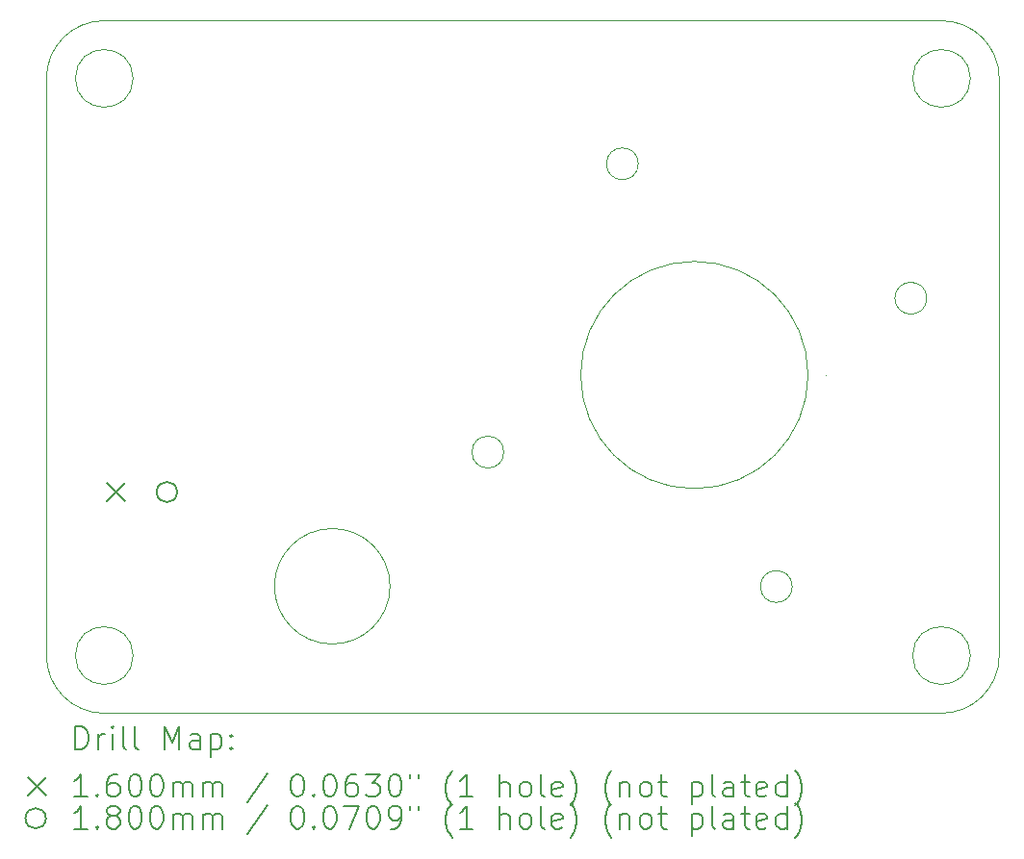
<source format=gbr>
%TF.GenerationSoftware,KiCad,Pcbnew,7.0.9*%
%TF.CreationDate,2024-01-18T23:32:07-06:00*%
%TF.ProjectId,cv_lighting_pcb,63765f6c-6967-4687-9469-6e675f706362,rev?*%
%TF.SameCoordinates,Original*%
%TF.FileFunction,Drillmap*%
%TF.FilePolarity,Positive*%
%FSLAX45Y45*%
G04 Gerber Fmt 4.5, Leading zero omitted, Abs format (unit mm)*
G04 Created by KiCad (PCBNEW 7.0.9) date 2024-01-18 23:32:07*
%MOMM*%
%LPD*%
G01*
G04 APERTURE LIST*
%ADD10C,0.100000*%
%ADD11C,0.200000*%
%ADD12C,0.160000*%
%ADD13C,0.180000*%
G04 APERTURE END LIST*
D10*
X18034000Y-10668000D02*
G75*
G03*
X18034000Y-10668000I-254000J0D01*
G01*
X17650496Y-7522835D02*
G75*
G03*
X17650496Y-7522835I-140000J0D01*
G01*
X9906000Y-10668000D02*
G75*
G03*
X10414000Y-11176000I508000J0D01*
G01*
X16758920Y-8199120D02*
G75*
G03*
X16758920Y-8199120I0J0D01*
G01*
X13929503Y-8877165D02*
G75*
G03*
X13929503Y-8877165I-140000J0D01*
G01*
X18288000Y-5588000D02*
X18288000Y-10668000D01*
X18034000Y-5588000D02*
G75*
G03*
X18034000Y-5588000I-254000J0D01*
G01*
X15112834Y-6339503D02*
G75*
G03*
X15112834Y-6339503I-140000J0D01*
G01*
X10668000Y-10668000D02*
G75*
G03*
X10668000Y-10668000I-254000J0D01*
G01*
X18288000Y-5588000D02*
G75*
G03*
X17780000Y-5080000I-508000J0D01*
G01*
X10414000Y-5080000D02*
X17780000Y-5080000D01*
X9906000Y-10668000D02*
X9906000Y-5588000D01*
X17780000Y-11176000D02*
X10414000Y-11176000D01*
X10668000Y-5588000D02*
G75*
G03*
X10668000Y-5588000I-254000J0D01*
G01*
X17780000Y-11176000D02*
G75*
G03*
X18288000Y-10668000I0J508000D01*
G01*
X16606105Y-8199120D02*
G75*
G03*
X16606105Y-8199120I-1000001J0D01*
G01*
X12928600Y-10058400D02*
G75*
G03*
X12928600Y-10058400I-508348J0D01*
G01*
X16467165Y-10060497D02*
G75*
G03*
X16467165Y-10060497I-140000J0D01*
G01*
X10414000Y-5080000D02*
G75*
G03*
X9906000Y-5588000I0J-508000D01*
G01*
D11*
D12*
X10435600Y-9149000D02*
X10595600Y-9309000D01*
X10595600Y-9149000D02*
X10435600Y-9309000D01*
D13*
X11055600Y-9229000D02*
G75*
G03*
X11055600Y-9229000I-90000J0D01*
G01*
D11*
X10161777Y-11492484D02*
X10161777Y-11292484D01*
X10161777Y-11292484D02*
X10209396Y-11292484D01*
X10209396Y-11292484D02*
X10237967Y-11302008D01*
X10237967Y-11302008D02*
X10257015Y-11321055D01*
X10257015Y-11321055D02*
X10266539Y-11340103D01*
X10266539Y-11340103D02*
X10276063Y-11378198D01*
X10276063Y-11378198D02*
X10276063Y-11406769D01*
X10276063Y-11406769D02*
X10266539Y-11444865D01*
X10266539Y-11444865D02*
X10257015Y-11463912D01*
X10257015Y-11463912D02*
X10237967Y-11482960D01*
X10237967Y-11482960D02*
X10209396Y-11492484D01*
X10209396Y-11492484D02*
X10161777Y-11492484D01*
X10361777Y-11492484D02*
X10361777Y-11359150D01*
X10361777Y-11397246D02*
X10371301Y-11378198D01*
X10371301Y-11378198D02*
X10380824Y-11368674D01*
X10380824Y-11368674D02*
X10399872Y-11359150D01*
X10399872Y-11359150D02*
X10418920Y-11359150D01*
X10485586Y-11492484D02*
X10485586Y-11359150D01*
X10485586Y-11292484D02*
X10476063Y-11302008D01*
X10476063Y-11302008D02*
X10485586Y-11311531D01*
X10485586Y-11311531D02*
X10495110Y-11302008D01*
X10495110Y-11302008D02*
X10485586Y-11292484D01*
X10485586Y-11292484D02*
X10485586Y-11311531D01*
X10609396Y-11492484D02*
X10590348Y-11482960D01*
X10590348Y-11482960D02*
X10580824Y-11463912D01*
X10580824Y-11463912D02*
X10580824Y-11292484D01*
X10714158Y-11492484D02*
X10695110Y-11482960D01*
X10695110Y-11482960D02*
X10685586Y-11463912D01*
X10685586Y-11463912D02*
X10685586Y-11292484D01*
X10942729Y-11492484D02*
X10942729Y-11292484D01*
X10942729Y-11292484D02*
X11009396Y-11435341D01*
X11009396Y-11435341D02*
X11076063Y-11292484D01*
X11076063Y-11292484D02*
X11076063Y-11492484D01*
X11257015Y-11492484D02*
X11257015Y-11387722D01*
X11257015Y-11387722D02*
X11247491Y-11368674D01*
X11247491Y-11368674D02*
X11228443Y-11359150D01*
X11228443Y-11359150D02*
X11190348Y-11359150D01*
X11190348Y-11359150D02*
X11171301Y-11368674D01*
X11257015Y-11482960D02*
X11237967Y-11492484D01*
X11237967Y-11492484D02*
X11190348Y-11492484D01*
X11190348Y-11492484D02*
X11171301Y-11482960D01*
X11171301Y-11482960D02*
X11161777Y-11463912D01*
X11161777Y-11463912D02*
X11161777Y-11444865D01*
X11161777Y-11444865D02*
X11171301Y-11425817D01*
X11171301Y-11425817D02*
X11190348Y-11416293D01*
X11190348Y-11416293D02*
X11237967Y-11416293D01*
X11237967Y-11416293D02*
X11257015Y-11406769D01*
X11352253Y-11359150D02*
X11352253Y-11559150D01*
X11352253Y-11368674D02*
X11371301Y-11359150D01*
X11371301Y-11359150D02*
X11409396Y-11359150D01*
X11409396Y-11359150D02*
X11428443Y-11368674D01*
X11428443Y-11368674D02*
X11437967Y-11378198D01*
X11437967Y-11378198D02*
X11447491Y-11397246D01*
X11447491Y-11397246D02*
X11447491Y-11454388D01*
X11447491Y-11454388D02*
X11437967Y-11473436D01*
X11437967Y-11473436D02*
X11428443Y-11482960D01*
X11428443Y-11482960D02*
X11409396Y-11492484D01*
X11409396Y-11492484D02*
X11371301Y-11492484D01*
X11371301Y-11492484D02*
X11352253Y-11482960D01*
X11533205Y-11473436D02*
X11542729Y-11482960D01*
X11542729Y-11482960D02*
X11533205Y-11492484D01*
X11533205Y-11492484D02*
X11523682Y-11482960D01*
X11523682Y-11482960D02*
X11533205Y-11473436D01*
X11533205Y-11473436D02*
X11533205Y-11492484D01*
X11533205Y-11368674D02*
X11542729Y-11378198D01*
X11542729Y-11378198D02*
X11533205Y-11387722D01*
X11533205Y-11387722D02*
X11523682Y-11378198D01*
X11523682Y-11378198D02*
X11533205Y-11368674D01*
X11533205Y-11368674D02*
X11533205Y-11387722D01*
D12*
X9741000Y-11741000D02*
X9901000Y-11901000D01*
X9901000Y-11741000D02*
X9741000Y-11901000D01*
D11*
X10266539Y-11912484D02*
X10152253Y-11912484D01*
X10209396Y-11912484D02*
X10209396Y-11712484D01*
X10209396Y-11712484D02*
X10190348Y-11741055D01*
X10190348Y-11741055D02*
X10171301Y-11760103D01*
X10171301Y-11760103D02*
X10152253Y-11769627D01*
X10352253Y-11893436D02*
X10361777Y-11902960D01*
X10361777Y-11902960D02*
X10352253Y-11912484D01*
X10352253Y-11912484D02*
X10342729Y-11902960D01*
X10342729Y-11902960D02*
X10352253Y-11893436D01*
X10352253Y-11893436D02*
X10352253Y-11912484D01*
X10533205Y-11712484D02*
X10495110Y-11712484D01*
X10495110Y-11712484D02*
X10476063Y-11722008D01*
X10476063Y-11722008D02*
X10466539Y-11731531D01*
X10466539Y-11731531D02*
X10447491Y-11760103D01*
X10447491Y-11760103D02*
X10437967Y-11798198D01*
X10437967Y-11798198D02*
X10437967Y-11874388D01*
X10437967Y-11874388D02*
X10447491Y-11893436D01*
X10447491Y-11893436D02*
X10457015Y-11902960D01*
X10457015Y-11902960D02*
X10476063Y-11912484D01*
X10476063Y-11912484D02*
X10514158Y-11912484D01*
X10514158Y-11912484D02*
X10533205Y-11902960D01*
X10533205Y-11902960D02*
X10542729Y-11893436D01*
X10542729Y-11893436D02*
X10552253Y-11874388D01*
X10552253Y-11874388D02*
X10552253Y-11826769D01*
X10552253Y-11826769D02*
X10542729Y-11807722D01*
X10542729Y-11807722D02*
X10533205Y-11798198D01*
X10533205Y-11798198D02*
X10514158Y-11788674D01*
X10514158Y-11788674D02*
X10476063Y-11788674D01*
X10476063Y-11788674D02*
X10457015Y-11798198D01*
X10457015Y-11798198D02*
X10447491Y-11807722D01*
X10447491Y-11807722D02*
X10437967Y-11826769D01*
X10676063Y-11712484D02*
X10695110Y-11712484D01*
X10695110Y-11712484D02*
X10714158Y-11722008D01*
X10714158Y-11722008D02*
X10723682Y-11731531D01*
X10723682Y-11731531D02*
X10733205Y-11750579D01*
X10733205Y-11750579D02*
X10742729Y-11788674D01*
X10742729Y-11788674D02*
X10742729Y-11836293D01*
X10742729Y-11836293D02*
X10733205Y-11874388D01*
X10733205Y-11874388D02*
X10723682Y-11893436D01*
X10723682Y-11893436D02*
X10714158Y-11902960D01*
X10714158Y-11902960D02*
X10695110Y-11912484D01*
X10695110Y-11912484D02*
X10676063Y-11912484D01*
X10676063Y-11912484D02*
X10657015Y-11902960D01*
X10657015Y-11902960D02*
X10647491Y-11893436D01*
X10647491Y-11893436D02*
X10637967Y-11874388D01*
X10637967Y-11874388D02*
X10628444Y-11836293D01*
X10628444Y-11836293D02*
X10628444Y-11788674D01*
X10628444Y-11788674D02*
X10637967Y-11750579D01*
X10637967Y-11750579D02*
X10647491Y-11731531D01*
X10647491Y-11731531D02*
X10657015Y-11722008D01*
X10657015Y-11722008D02*
X10676063Y-11712484D01*
X10866539Y-11712484D02*
X10885586Y-11712484D01*
X10885586Y-11712484D02*
X10904634Y-11722008D01*
X10904634Y-11722008D02*
X10914158Y-11731531D01*
X10914158Y-11731531D02*
X10923682Y-11750579D01*
X10923682Y-11750579D02*
X10933205Y-11788674D01*
X10933205Y-11788674D02*
X10933205Y-11836293D01*
X10933205Y-11836293D02*
X10923682Y-11874388D01*
X10923682Y-11874388D02*
X10914158Y-11893436D01*
X10914158Y-11893436D02*
X10904634Y-11902960D01*
X10904634Y-11902960D02*
X10885586Y-11912484D01*
X10885586Y-11912484D02*
X10866539Y-11912484D01*
X10866539Y-11912484D02*
X10847491Y-11902960D01*
X10847491Y-11902960D02*
X10837967Y-11893436D01*
X10837967Y-11893436D02*
X10828444Y-11874388D01*
X10828444Y-11874388D02*
X10818920Y-11836293D01*
X10818920Y-11836293D02*
X10818920Y-11788674D01*
X10818920Y-11788674D02*
X10828444Y-11750579D01*
X10828444Y-11750579D02*
X10837967Y-11731531D01*
X10837967Y-11731531D02*
X10847491Y-11722008D01*
X10847491Y-11722008D02*
X10866539Y-11712484D01*
X11018920Y-11912484D02*
X11018920Y-11779150D01*
X11018920Y-11798198D02*
X11028444Y-11788674D01*
X11028444Y-11788674D02*
X11047491Y-11779150D01*
X11047491Y-11779150D02*
X11076063Y-11779150D01*
X11076063Y-11779150D02*
X11095110Y-11788674D01*
X11095110Y-11788674D02*
X11104634Y-11807722D01*
X11104634Y-11807722D02*
X11104634Y-11912484D01*
X11104634Y-11807722D02*
X11114158Y-11788674D01*
X11114158Y-11788674D02*
X11133205Y-11779150D01*
X11133205Y-11779150D02*
X11161777Y-11779150D01*
X11161777Y-11779150D02*
X11180825Y-11788674D01*
X11180825Y-11788674D02*
X11190348Y-11807722D01*
X11190348Y-11807722D02*
X11190348Y-11912484D01*
X11285586Y-11912484D02*
X11285586Y-11779150D01*
X11285586Y-11798198D02*
X11295110Y-11788674D01*
X11295110Y-11788674D02*
X11314158Y-11779150D01*
X11314158Y-11779150D02*
X11342729Y-11779150D01*
X11342729Y-11779150D02*
X11361777Y-11788674D01*
X11361777Y-11788674D02*
X11371301Y-11807722D01*
X11371301Y-11807722D02*
X11371301Y-11912484D01*
X11371301Y-11807722D02*
X11380824Y-11788674D01*
X11380824Y-11788674D02*
X11399872Y-11779150D01*
X11399872Y-11779150D02*
X11428443Y-11779150D01*
X11428443Y-11779150D02*
X11447491Y-11788674D01*
X11447491Y-11788674D02*
X11457015Y-11807722D01*
X11457015Y-11807722D02*
X11457015Y-11912484D01*
X11847491Y-11702960D02*
X11676063Y-11960103D01*
X12104634Y-11712484D02*
X12123682Y-11712484D01*
X12123682Y-11712484D02*
X12142729Y-11722008D01*
X12142729Y-11722008D02*
X12152253Y-11731531D01*
X12152253Y-11731531D02*
X12161777Y-11750579D01*
X12161777Y-11750579D02*
X12171301Y-11788674D01*
X12171301Y-11788674D02*
X12171301Y-11836293D01*
X12171301Y-11836293D02*
X12161777Y-11874388D01*
X12161777Y-11874388D02*
X12152253Y-11893436D01*
X12152253Y-11893436D02*
X12142729Y-11902960D01*
X12142729Y-11902960D02*
X12123682Y-11912484D01*
X12123682Y-11912484D02*
X12104634Y-11912484D01*
X12104634Y-11912484D02*
X12085586Y-11902960D01*
X12085586Y-11902960D02*
X12076063Y-11893436D01*
X12076063Y-11893436D02*
X12066539Y-11874388D01*
X12066539Y-11874388D02*
X12057015Y-11836293D01*
X12057015Y-11836293D02*
X12057015Y-11788674D01*
X12057015Y-11788674D02*
X12066539Y-11750579D01*
X12066539Y-11750579D02*
X12076063Y-11731531D01*
X12076063Y-11731531D02*
X12085586Y-11722008D01*
X12085586Y-11722008D02*
X12104634Y-11712484D01*
X12257015Y-11893436D02*
X12266539Y-11902960D01*
X12266539Y-11902960D02*
X12257015Y-11912484D01*
X12257015Y-11912484D02*
X12247491Y-11902960D01*
X12247491Y-11902960D02*
X12257015Y-11893436D01*
X12257015Y-11893436D02*
X12257015Y-11912484D01*
X12390348Y-11712484D02*
X12409396Y-11712484D01*
X12409396Y-11712484D02*
X12428444Y-11722008D01*
X12428444Y-11722008D02*
X12437967Y-11731531D01*
X12437967Y-11731531D02*
X12447491Y-11750579D01*
X12447491Y-11750579D02*
X12457015Y-11788674D01*
X12457015Y-11788674D02*
X12457015Y-11836293D01*
X12457015Y-11836293D02*
X12447491Y-11874388D01*
X12447491Y-11874388D02*
X12437967Y-11893436D01*
X12437967Y-11893436D02*
X12428444Y-11902960D01*
X12428444Y-11902960D02*
X12409396Y-11912484D01*
X12409396Y-11912484D02*
X12390348Y-11912484D01*
X12390348Y-11912484D02*
X12371301Y-11902960D01*
X12371301Y-11902960D02*
X12361777Y-11893436D01*
X12361777Y-11893436D02*
X12352253Y-11874388D01*
X12352253Y-11874388D02*
X12342729Y-11836293D01*
X12342729Y-11836293D02*
X12342729Y-11788674D01*
X12342729Y-11788674D02*
X12352253Y-11750579D01*
X12352253Y-11750579D02*
X12361777Y-11731531D01*
X12361777Y-11731531D02*
X12371301Y-11722008D01*
X12371301Y-11722008D02*
X12390348Y-11712484D01*
X12628444Y-11712484D02*
X12590348Y-11712484D01*
X12590348Y-11712484D02*
X12571301Y-11722008D01*
X12571301Y-11722008D02*
X12561777Y-11731531D01*
X12561777Y-11731531D02*
X12542729Y-11760103D01*
X12542729Y-11760103D02*
X12533206Y-11798198D01*
X12533206Y-11798198D02*
X12533206Y-11874388D01*
X12533206Y-11874388D02*
X12542729Y-11893436D01*
X12542729Y-11893436D02*
X12552253Y-11902960D01*
X12552253Y-11902960D02*
X12571301Y-11912484D01*
X12571301Y-11912484D02*
X12609396Y-11912484D01*
X12609396Y-11912484D02*
X12628444Y-11902960D01*
X12628444Y-11902960D02*
X12637967Y-11893436D01*
X12637967Y-11893436D02*
X12647491Y-11874388D01*
X12647491Y-11874388D02*
X12647491Y-11826769D01*
X12647491Y-11826769D02*
X12637967Y-11807722D01*
X12637967Y-11807722D02*
X12628444Y-11798198D01*
X12628444Y-11798198D02*
X12609396Y-11788674D01*
X12609396Y-11788674D02*
X12571301Y-11788674D01*
X12571301Y-11788674D02*
X12552253Y-11798198D01*
X12552253Y-11798198D02*
X12542729Y-11807722D01*
X12542729Y-11807722D02*
X12533206Y-11826769D01*
X12714158Y-11712484D02*
X12837967Y-11712484D01*
X12837967Y-11712484D02*
X12771301Y-11788674D01*
X12771301Y-11788674D02*
X12799872Y-11788674D01*
X12799872Y-11788674D02*
X12818920Y-11798198D01*
X12818920Y-11798198D02*
X12828444Y-11807722D01*
X12828444Y-11807722D02*
X12837967Y-11826769D01*
X12837967Y-11826769D02*
X12837967Y-11874388D01*
X12837967Y-11874388D02*
X12828444Y-11893436D01*
X12828444Y-11893436D02*
X12818920Y-11902960D01*
X12818920Y-11902960D02*
X12799872Y-11912484D01*
X12799872Y-11912484D02*
X12742729Y-11912484D01*
X12742729Y-11912484D02*
X12723682Y-11902960D01*
X12723682Y-11902960D02*
X12714158Y-11893436D01*
X12961777Y-11712484D02*
X12980825Y-11712484D01*
X12980825Y-11712484D02*
X12999872Y-11722008D01*
X12999872Y-11722008D02*
X13009396Y-11731531D01*
X13009396Y-11731531D02*
X13018920Y-11750579D01*
X13018920Y-11750579D02*
X13028444Y-11788674D01*
X13028444Y-11788674D02*
X13028444Y-11836293D01*
X13028444Y-11836293D02*
X13018920Y-11874388D01*
X13018920Y-11874388D02*
X13009396Y-11893436D01*
X13009396Y-11893436D02*
X12999872Y-11902960D01*
X12999872Y-11902960D02*
X12980825Y-11912484D01*
X12980825Y-11912484D02*
X12961777Y-11912484D01*
X12961777Y-11912484D02*
X12942729Y-11902960D01*
X12942729Y-11902960D02*
X12933206Y-11893436D01*
X12933206Y-11893436D02*
X12923682Y-11874388D01*
X12923682Y-11874388D02*
X12914158Y-11836293D01*
X12914158Y-11836293D02*
X12914158Y-11788674D01*
X12914158Y-11788674D02*
X12923682Y-11750579D01*
X12923682Y-11750579D02*
X12933206Y-11731531D01*
X12933206Y-11731531D02*
X12942729Y-11722008D01*
X12942729Y-11722008D02*
X12961777Y-11712484D01*
X13104634Y-11712484D02*
X13104634Y-11750579D01*
X13180825Y-11712484D02*
X13180825Y-11750579D01*
X13476063Y-11988674D02*
X13466539Y-11979150D01*
X13466539Y-11979150D02*
X13447491Y-11950579D01*
X13447491Y-11950579D02*
X13437968Y-11931531D01*
X13437968Y-11931531D02*
X13428444Y-11902960D01*
X13428444Y-11902960D02*
X13418920Y-11855341D01*
X13418920Y-11855341D02*
X13418920Y-11817246D01*
X13418920Y-11817246D02*
X13428444Y-11769627D01*
X13428444Y-11769627D02*
X13437968Y-11741055D01*
X13437968Y-11741055D02*
X13447491Y-11722008D01*
X13447491Y-11722008D02*
X13466539Y-11693436D01*
X13466539Y-11693436D02*
X13476063Y-11683912D01*
X13657015Y-11912484D02*
X13542729Y-11912484D01*
X13599872Y-11912484D02*
X13599872Y-11712484D01*
X13599872Y-11712484D02*
X13580825Y-11741055D01*
X13580825Y-11741055D02*
X13561777Y-11760103D01*
X13561777Y-11760103D02*
X13542729Y-11769627D01*
X13895110Y-11912484D02*
X13895110Y-11712484D01*
X13980825Y-11912484D02*
X13980825Y-11807722D01*
X13980825Y-11807722D02*
X13971301Y-11788674D01*
X13971301Y-11788674D02*
X13952253Y-11779150D01*
X13952253Y-11779150D02*
X13923682Y-11779150D01*
X13923682Y-11779150D02*
X13904634Y-11788674D01*
X13904634Y-11788674D02*
X13895110Y-11798198D01*
X14104634Y-11912484D02*
X14085587Y-11902960D01*
X14085587Y-11902960D02*
X14076063Y-11893436D01*
X14076063Y-11893436D02*
X14066539Y-11874388D01*
X14066539Y-11874388D02*
X14066539Y-11817246D01*
X14066539Y-11817246D02*
X14076063Y-11798198D01*
X14076063Y-11798198D02*
X14085587Y-11788674D01*
X14085587Y-11788674D02*
X14104634Y-11779150D01*
X14104634Y-11779150D02*
X14133206Y-11779150D01*
X14133206Y-11779150D02*
X14152253Y-11788674D01*
X14152253Y-11788674D02*
X14161777Y-11798198D01*
X14161777Y-11798198D02*
X14171301Y-11817246D01*
X14171301Y-11817246D02*
X14171301Y-11874388D01*
X14171301Y-11874388D02*
X14161777Y-11893436D01*
X14161777Y-11893436D02*
X14152253Y-11902960D01*
X14152253Y-11902960D02*
X14133206Y-11912484D01*
X14133206Y-11912484D02*
X14104634Y-11912484D01*
X14285587Y-11912484D02*
X14266539Y-11902960D01*
X14266539Y-11902960D02*
X14257015Y-11883912D01*
X14257015Y-11883912D02*
X14257015Y-11712484D01*
X14437968Y-11902960D02*
X14418920Y-11912484D01*
X14418920Y-11912484D02*
X14380825Y-11912484D01*
X14380825Y-11912484D02*
X14361777Y-11902960D01*
X14361777Y-11902960D02*
X14352253Y-11883912D01*
X14352253Y-11883912D02*
X14352253Y-11807722D01*
X14352253Y-11807722D02*
X14361777Y-11788674D01*
X14361777Y-11788674D02*
X14380825Y-11779150D01*
X14380825Y-11779150D02*
X14418920Y-11779150D01*
X14418920Y-11779150D02*
X14437968Y-11788674D01*
X14437968Y-11788674D02*
X14447491Y-11807722D01*
X14447491Y-11807722D02*
X14447491Y-11826769D01*
X14447491Y-11826769D02*
X14352253Y-11845817D01*
X14514158Y-11988674D02*
X14523682Y-11979150D01*
X14523682Y-11979150D02*
X14542730Y-11950579D01*
X14542730Y-11950579D02*
X14552253Y-11931531D01*
X14552253Y-11931531D02*
X14561777Y-11902960D01*
X14561777Y-11902960D02*
X14571301Y-11855341D01*
X14571301Y-11855341D02*
X14571301Y-11817246D01*
X14571301Y-11817246D02*
X14561777Y-11769627D01*
X14561777Y-11769627D02*
X14552253Y-11741055D01*
X14552253Y-11741055D02*
X14542730Y-11722008D01*
X14542730Y-11722008D02*
X14523682Y-11693436D01*
X14523682Y-11693436D02*
X14514158Y-11683912D01*
X14876063Y-11988674D02*
X14866539Y-11979150D01*
X14866539Y-11979150D02*
X14847491Y-11950579D01*
X14847491Y-11950579D02*
X14837968Y-11931531D01*
X14837968Y-11931531D02*
X14828444Y-11902960D01*
X14828444Y-11902960D02*
X14818920Y-11855341D01*
X14818920Y-11855341D02*
X14818920Y-11817246D01*
X14818920Y-11817246D02*
X14828444Y-11769627D01*
X14828444Y-11769627D02*
X14837968Y-11741055D01*
X14837968Y-11741055D02*
X14847491Y-11722008D01*
X14847491Y-11722008D02*
X14866539Y-11693436D01*
X14866539Y-11693436D02*
X14876063Y-11683912D01*
X14952253Y-11779150D02*
X14952253Y-11912484D01*
X14952253Y-11798198D02*
X14961777Y-11788674D01*
X14961777Y-11788674D02*
X14980825Y-11779150D01*
X14980825Y-11779150D02*
X15009396Y-11779150D01*
X15009396Y-11779150D02*
X15028444Y-11788674D01*
X15028444Y-11788674D02*
X15037968Y-11807722D01*
X15037968Y-11807722D02*
X15037968Y-11912484D01*
X15161777Y-11912484D02*
X15142730Y-11902960D01*
X15142730Y-11902960D02*
X15133206Y-11893436D01*
X15133206Y-11893436D02*
X15123682Y-11874388D01*
X15123682Y-11874388D02*
X15123682Y-11817246D01*
X15123682Y-11817246D02*
X15133206Y-11798198D01*
X15133206Y-11798198D02*
X15142730Y-11788674D01*
X15142730Y-11788674D02*
X15161777Y-11779150D01*
X15161777Y-11779150D02*
X15190349Y-11779150D01*
X15190349Y-11779150D02*
X15209396Y-11788674D01*
X15209396Y-11788674D02*
X15218920Y-11798198D01*
X15218920Y-11798198D02*
X15228444Y-11817246D01*
X15228444Y-11817246D02*
X15228444Y-11874388D01*
X15228444Y-11874388D02*
X15218920Y-11893436D01*
X15218920Y-11893436D02*
X15209396Y-11902960D01*
X15209396Y-11902960D02*
X15190349Y-11912484D01*
X15190349Y-11912484D02*
X15161777Y-11912484D01*
X15285587Y-11779150D02*
X15361777Y-11779150D01*
X15314158Y-11712484D02*
X15314158Y-11883912D01*
X15314158Y-11883912D02*
X15323682Y-11902960D01*
X15323682Y-11902960D02*
X15342730Y-11912484D01*
X15342730Y-11912484D02*
X15361777Y-11912484D01*
X15580825Y-11779150D02*
X15580825Y-11979150D01*
X15580825Y-11788674D02*
X15599872Y-11779150D01*
X15599872Y-11779150D02*
X15637968Y-11779150D01*
X15637968Y-11779150D02*
X15657015Y-11788674D01*
X15657015Y-11788674D02*
X15666539Y-11798198D01*
X15666539Y-11798198D02*
X15676063Y-11817246D01*
X15676063Y-11817246D02*
X15676063Y-11874388D01*
X15676063Y-11874388D02*
X15666539Y-11893436D01*
X15666539Y-11893436D02*
X15657015Y-11902960D01*
X15657015Y-11902960D02*
X15637968Y-11912484D01*
X15637968Y-11912484D02*
X15599872Y-11912484D01*
X15599872Y-11912484D02*
X15580825Y-11902960D01*
X15790349Y-11912484D02*
X15771301Y-11902960D01*
X15771301Y-11902960D02*
X15761777Y-11883912D01*
X15761777Y-11883912D02*
X15761777Y-11712484D01*
X15952253Y-11912484D02*
X15952253Y-11807722D01*
X15952253Y-11807722D02*
X15942730Y-11788674D01*
X15942730Y-11788674D02*
X15923682Y-11779150D01*
X15923682Y-11779150D02*
X15885587Y-11779150D01*
X15885587Y-11779150D02*
X15866539Y-11788674D01*
X15952253Y-11902960D02*
X15933206Y-11912484D01*
X15933206Y-11912484D02*
X15885587Y-11912484D01*
X15885587Y-11912484D02*
X15866539Y-11902960D01*
X15866539Y-11902960D02*
X15857015Y-11883912D01*
X15857015Y-11883912D02*
X15857015Y-11864865D01*
X15857015Y-11864865D02*
X15866539Y-11845817D01*
X15866539Y-11845817D02*
X15885587Y-11836293D01*
X15885587Y-11836293D02*
X15933206Y-11836293D01*
X15933206Y-11836293D02*
X15952253Y-11826769D01*
X16018920Y-11779150D02*
X16095111Y-11779150D01*
X16047492Y-11712484D02*
X16047492Y-11883912D01*
X16047492Y-11883912D02*
X16057015Y-11902960D01*
X16057015Y-11902960D02*
X16076063Y-11912484D01*
X16076063Y-11912484D02*
X16095111Y-11912484D01*
X16237968Y-11902960D02*
X16218920Y-11912484D01*
X16218920Y-11912484D02*
X16180825Y-11912484D01*
X16180825Y-11912484D02*
X16161777Y-11902960D01*
X16161777Y-11902960D02*
X16152253Y-11883912D01*
X16152253Y-11883912D02*
X16152253Y-11807722D01*
X16152253Y-11807722D02*
X16161777Y-11788674D01*
X16161777Y-11788674D02*
X16180825Y-11779150D01*
X16180825Y-11779150D02*
X16218920Y-11779150D01*
X16218920Y-11779150D02*
X16237968Y-11788674D01*
X16237968Y-11788674D02*
X16247492Y-11807722D01*
X16247492Y-11807722D02*
X16247492Y-11826769D01*
X16247492Y-11826769D02*
X16152253Y-11845817D01*
X16418920Y-11912484D02*
X16418920Y-11712484D01*
X16418920Y-11902960D02*
X16399873Y-11912484D01*
X16399873Y-11912484D02*
X16361777Y-11912484D01*
X16361777Y-11912484D02*
X16342730Y-11902960D01*
X16342730Y-11902960D02*
X16333206Y-11893436D01*
X16333206Y-11893436D02*
X16323682Y-11874388D01*
X16323682Y-11874388D02*
X16323682Y-11817246D01*
X16323682Y-11817246D02*
X16333206Y-11798198D01*
X16333206Y-11798198D02*
X16342730Y-11788674D01*
X16342730Y-11788674D02*
X16361777Y-11779150D01*
X16361777Y-11779150D02*
X16399873Y-11779150D01*
X16399873Y-11779150D02*
X16418920Y-11788674D01*
X16495111Y-11988674D02*
X16504634Y-11979150D01*
X16504634Y-11979150D02*
X16523682Y-11950579D01*
X16523682Y-11950579D02*
X16533206Y-11931531D01*
X16533206Y-11931531D02*
X16542730Y-11902960D01*
X16542730Y-11902960D02*
X16552253Y-11855341D01*
X16552253Y-11855341D02*
X16552253Y-11817246D01*
X16552253Y-11817246D02*
X16542730Y-11769627D01*
X16542730Y-11769627D02*
X16533206Y-11741055D01*
X16533206Y-11741055D02*
X16523682Y-11722008D01*
X16523682Y-11722008D02*
X16504634Y-11693436D01*
X16504634Y-11693436D02*
X16495111Y-11683912D01*
D13*
X9901000Y-12101000D02*
G75*
G03*
X9901000Y-12101000I-90000J0D01*
G01*
D11*
X10266539Y-12192484D02*
X10152253Y-12192484D01*
X10209396Y-12192484D02*
X10209396Y-11992484D01*
X10209396Y-11992484D02*
X10190348Y-12021055D01*
X10190348Y-12021055D02*
X10171301Y-12040103D01*
X10171301Y-12040103D02*
X10152253Y-12049627D01*
X10352253Y-12173436D02*
X10361777Y-12182960D01*
X10361777Y-12182960D02*
X10352253Y-12192484D01*
X10352253Y-12192484D02*
X10342729Y-12182960D01*
X10342729Y-12182960D02*
X10352253Y-12173436D01*
X10352253Y-12173436D02*
X10352253Y-12192484D01*
X10476063Y-12078198D02*
X10457015Y-12068674D01*
X10457015Y-12068674D02*
X10447491Y-12059150D01*
X10447491Y-12059150D02*
X10437967Y-12040103D01*
X10437967Y-12040103D02*
X10437967Y-12030579D01*
X10437967Y-12030579D02*
X10447491Y-12011531D01*
X10447491Y-12011531D02*
X10457015Y-12002008D01*
X10457015Y-12002008D02*
X10476063Y-11992484D01*
X10476063Y-11992484D02*
X10514158Y-11992484D01*
X10514158Y-11992484D02*
X10533205Y-12002008D01*
X10533205Y-12002008D02*
X10542729Y-12011531D01*
X10542729Y-12011531D02*
X10552253Y-12030579D01*
X10552253Y-12030579D02*
X10552253Y-12040103D01*
X10552253Y-12040103D02*
X10542729Y-12059150D01*
X10542729Y-12059150D02*
X10533205Y-12068674D01*
X10533205Y-12068674D02*
X10514158Y-12078198D01*
X10514158Y-12078198D02*
X10476063Y-12078198D01*
X10476063Y-12078198D02*
X10457015Y-12087722D01*
X10457015Y-12087722D02*
X10447491Y-12097246D01*
X10447491Y-12097246D02*
X10437967Y-12116293D01*
X10437967Y-12116293D02*
X10437967Y-12154388D01*
X10437967Y-12154388D02*
X10447491Y-12173436D01*
X10447491Y-12173436D02*
X10457015Y-12182960D01*
X10457015Y-12182960D02*
X10476063Y-12192484D01*
X10476063Y-12192484D02*
X10514158Y-12192484D01*
X10514158Y-12192484D02*
X10533205Y-12182960D01*
X10533205Y-12182960D02*
X10542729Y-12173436D01*
X10542729Y-12173436D02*
X10552253Y-12154388D01*
X10552253Y-12154388D02*
X10552253Y-12116293D01*
X10552253Y-12116293D02*
X10542729Y-12097246D01*
X10542729Y-12097246D02*
X10533205Y-12087722D01*
X10533205Y-12087722D02*
X10514158Y-12078198D01*
X10676063Y-11992484D02*
X10695110Y-11992484D01*
X10695110Y-11992484D02*
X10714158Y-12002008D01*
X10714158Y-12002008D02*
X10723682Y-12011531D01*
X10723682Y-12011531D02*
X10733205Y-12030579D01*
X10733205Y-12030579D02*
X10742729Y-12068674D01*
X10742729Y-12068674D02*
X10742729Y-12116293D01*
X10742729Y-12116293D02*
X10733205Y-12154388D01*
X10733205Y-12154388D02*
X10723682Y-12173436D01*
X10723682Y-12173436D02*
X10714158Y-12182960D01*
X10714158Y-12182960D02*
X10695110Y-12192484D01*
X10695110Y-12192484D02*
X10676063Y-12192484D01*
X10676063Y-12192484D02*
X10657015Y-12182960D01*
X10657015Y-12182960D02*
X10647491Y-12173436D01*
X10647491Y-12173436D02*
X10637967Y-12154388D01*
X10637967Y-12154388D02*
X10628444Y-12116293D01*
X10628444Y-12116293D02*
X10628444Y-12068674D01*
X10628444Y-12068674D02*
X10637967Y-12030579D01*
X10637967Y-12030579D02*
X10647491Y-12011531D01*
X10647491Y-12011531D02*
X10657015Y-12002008D01*
X10657015Y-12002008D02*
X10676063Y-11992484D01*
X10866539Y-11992484D02*
X10885586Y-11992484D01*
X10885586Y-11992484D02*
X10904634Y-12002008D01*
X10904634Y-12002008D02*
X10914158Y-12011531D01*
X10914158Y-12011531D02*
X10923682Y-12030579D01*
X10923682Y-12030579D02*
X10933205Y-12068674D01*
X10933205Y-12068674D02*
X10933205Y-12116293D01*
X10933205Y-12116293D02*
X10923682Y-12154388D01*
X10923682Y-12154388D02*
X10914158Y-12173436D01*
X10914158Y-12173436D02*
X10904634Y-12182960D01*
X10904634Y-12182960D02*
X10885586Y-12192484D01*
X10885586Y-12192484D02*
X10866539Y-12192484D01*
X10866539Y-12192484D02*
X10847491Y-12182960D01*
X10847491Y-12182960D02*
X10837967Y-12173436D01*
X10837967Y-12173436D02*
X10828444Y-12154388D01*
X10828444Y-12154388D02*
X10818920Y-12116293D01*
X10818920Y-12116293D02*
X10818920Y-12068674D01*
X10818920Y-12068674D02*
X10828444Y-12030579D01*
X10828444Y-12030579D02*
X10837967Y-12011531D01*
X10837967Y-12011531D02*
X10847491Y-12002008D01*
X10847491Y-12002008D02*
X10866539Y-11992484D01*
X11018920Y-12192484D02*
X11018920Y-12059150D01*
X11018920Y-12078198D02*
X11028444Y-12068674D01*
X11028444Y-12068674D02*
X11047491Y-12059150D01*
X11047491Y-12059150D02*
X11076063Y-12059150D01*
X11076063Y-12059150D02*
X11095110Y-12068674D01*
X11095110Y-12068674D02*
X11104634Y-12087722D01*
X11104634Y-12087722D02*
X11104634Y-12192484D01*
X11104634Y-12087722D02*
X11114158Y-12068674D01*
X11114158Y-12068674D02*
X11133205Y-12059150D01*
X11133205Y-12059150D02*
X11161777Y-12059150D01*
X11161777Y-12059150D02*
X11180825Y-12068674D01*
X11180825Y-12068674D02*
X11190348Y-12087722D01*
X11190348Y-12087722D02*
X11190348Y-12192484D01*
X11285586Y-12192484D02*
X11285586Y-12059150D01*
X11285586Y-12078198D02*
X11295110Y-12068674D01*
X11295110Y-12068674D02*
X11314158Y-12059150D01*
X11314158Y-12059150D02*
X11342729Y-12059150D01*
X11342729Y-12059150D02*
X11361777Y-12068674D01*
X11361777Y-12068674D02*
X11371301Y-12087722D01*
X11371301Y-12087722D02*
X11371301Y-12192484D01*
X11371301Y-12087722D02*
X11380824Y-12068674D01*
X11380824Y-12068674D02*
X11399872Y-12059150D01*
X11399872Y-12059150D02*
X11428443Y-12059150D01*
X11428443Y-12059150D02*
X11447491Y-12068674D01*
X11447491Y-12068674D02*
X11457015Y-12087722D01*
X11457015Y-12087722D02*
X11457015Y-12192484D01*
X11847491Y-11982960D02*
X11676063Y-12240103D01*
X12104634Y-11992484D02*
X12123682Y-11992484D01*
X12123682Y-11992484D02*
X12142729Y-12002008D01*
X12142729Y-12002008D02*
X12152253Y-12011531D01*
X12152253Y-12011531D02*
X12161777Y-12030579D01*
X12161777Y-12030579D02*
X12171301Y-12068674D01*
X12171301Y-12068674D02*
X12171301Y-12116293D01*
X12171301Y-12116293D02*
X12161777Y-12154388D01*
X12161777Y-12154388D02*
X12152253Y-12173436D01*
X12152253Y-12173436D02*
X12142729Y-12182960D01*
X12142729Y-12182960D02*
X12123682Y-12192484D01*
X12123682Y-12192484D02*
X12104634Y-12192484D01*
X12104634Y-12192484D02*
X12085586Y-12182960D01*
X12085586Y-12182960D02*
X12076063Y-12173436D01*
X12076063Y-12173436D02*
X12066539Y-12154388D01*
X12066539Y-12154388D02*
X12057015Y-12116293D01*
X12057015Y-12116293D02*
X12057015Y-12068674D01*
X12057015Y-12068674D02*
X12066539Y-12030579D01*
X12066539Y-12030579D02*
X12076063Y-12011531D01*
X12076063Y-12011531D02*
X12085586Y-12002008D01*
X12085586Y-12002008D02*
X12104634Y-11992484D01*
X12257015Y-12173436D02*
X12266539Y-12182960D01*
X12266539Y-12182960D02*
X12257015Y-12192484D01*
X12257015Y-12192484D02*
X12247491Y-12182960D01*
X12247491Y-12182960D02*
X12257015Y-12173436D01*
X12257015Y-12173436D02*
X12257015Y-12192484D01*
X12390348Y-11992484D02*
X12409396Y-11992484D01*
X12409396Y-11992484D02*
X12428444Y-12002008D01*
X12428444Y-12002008D02*
X12437967Y-12011531D01*
X12437967Y-12011531D02*
X12447491Y-12030579D01*
X12447491Y-12030579D02*
X12457015Y-12068674D01*
X12457015Y-12068674D02*
X12457015Y-12116293D01*
X12457015Y-12116293D02*
X12447491Y-12154388D01*
X12447491Y-12154388D02*
X12437967Y-12173436D01*
X12437967Y-12173436D02*
X12428444Y-12182960D01*
X12428444Y-12182960D02*
X12409396Y-12192484D01*
X12409396Y-12192484D02*
X12390348Y-12192484D01*
X12390348Y-12192484D02*
X12371301Y-12182960D01*
X12371301Y-12182960D02*
X12361777Y-12173436D01*
X12361777Y-12173436D02*
X12352253Y-12154388D01*
X12352253Y-12154388D02*
X12342729Y-12116293D01*
X12342729Y-12116293D02*
X12342729Y-12068674D01*
X12342729Y-12068674D02*
X12352253Y-12030579D01*
X12352253Y-12030579D02*
X12361777Y-12011531D01*
X12361777Y-12011531D02*
X12371301Y-12002008D01*
X12371301Y-12002008D02*
X12390348Y-11992484D01*
X12523682Y-11992484D02*
X12657015Y-11992484D01*
X12657015Y-11992484D02*
X12571301Y-12192484D01*
X12771301Y-11992484D02*
X12790348Y-11992484D01*
X12790348Y-11992484D02*
X12809396Y-12002008D01*
X12809396Y-12002008D02*
X12818920Y-12011531D01*
X12818920Y-12011531D02*
X12828444Y-12030579D01*
X12828444Y-12030579D02*
X12837967Y-12068674D01*
X12837967Y-12068674D02*
X12837967Y-12116293D01*
X12837967Y-12116293D02*
X12828444Y-12154388D01*
X12828444Y-12154388D02*
X12818920Y-12173436D01*
X12818920Y-12173436D02*
X12809396Y-12182960D01*
X12809396Y-12182960D02*
X12790348Y-12192484D01*
X12790348Y-12192484D02*
X12771301Y-12192484D01*
X12771301Y-12192484D02*
X12752253Y-12182960D01*
X12752253Y-12182960D02*
X12742729Y-12173436D01*
X12742729Y-12173436D02*
X12733206Y-12154388D01*
X12733206Y-12154388D02*
X12723682Y-12116293D01*
X12723682Y-12116293D02*
X12723682Y-12068674D01*
X12723682Y-12068674D02*
X12733206Y-12030579D01*
X12733206Y-12030579D02*
X12742729Y-12011531D01*
X12742729Y-12011531D02*
X12752253Y-12002008D01*
X12752253Y-12002008D02*
X12771301Y-11992484D01*
X12933206Y-12192484D02*
X12971301Y-12192484D01*
X12971301Y-12192484D02*
X12990348Y-12182960D01*
X12990348Y-12182960D02*
X12999872Y-12173436D01*
X12999872Y-12173436D02*
X13018920Y-12144865D01*
X13018920Y-12144865D02*
X13028444Y-12106769D01*
X13028444Y-12106769D02*
X13028444Y-12030579D01*
X13028444Y-12030579D02*
X13018920Y-12011531D01*
X13018920Y-12011531D02*
X13009396Y-12002008D01*
X13009396Y-12002008D02*
X12990348Y-11992484D01*
X12990348Y-11992484D02*
X12952253Y-11992484D01*
X12952253Y-11992484D02*
X12933206Y-12002008D01*
X12933206Y-12002008D02*
X12923682Y-12011531D01*
X12923682Y-12011531D02*
X12914158Y-12030579D01*
X12914158Y-12030579D02*
X12914158Y-12078198D01*
X12914158Y-12078198D02*
X12923682Y-12097246D01*
X12923682Y-12097246D02*
X12933206Y-12106769D01*
X12933206Y-12106769D02*
X12952253Y-12116293D01*
X12952253Y-12116293D02*
X12990348Y-12116293D01*
X12990348Y-12116293D02*
X13009396Y-12106769D01*
X13009396Y-12106769D02*
X13018920Y-12097246D01*
X13018920Y-12097246D02*
X13028444Y-12078198D01*
X13104634Y-11992484D02*
X13104634Y-12030579D01*
X13180825Y-11992484D02*
X13180825Y-12030579D01*
X13476063Y-12268674D02*
X13466539Y-12259150D01*
X13466539Y-12259150D02*
X13447491Y-12230579D01*
X13447491Y-12230579D02*
X13437968Y-12211531D01*
X13437968Y-12211531D02*
X13428444Y-12182960D01*
X13428444Y-12182960D02*
X13418920Y-12135341D01*
X13418920Y-12135341D02*
X13418920Y-12097246D01*
X13418920Y-12097246D02*
X13428444Y-12049627D01*
X13428444Y-12049627D02*
X13437968Y-12021055D01*
X13437968Y-12021055D02*
X13447491Y-12002008D01*
X13447491Y-12002008D02*
X13466539Y-11973436D01*
X13466539Y-11973436D02*
X13476063Y-11963912D01*
X13657015Y-12192484D02*
X13542729Y-12192484D01*
X13599872Y-12192484D02*
X13599872Y-11992484D01*
X13599872Y-11992484D02*
X13580825Y-12021055D01*
X13580825Y-12021055D02*
X13561777Y-12040103D01*
X13561777Y-12040103D02*
X13542729Y-12049627D01*
X13895110Y-12192484D02*
X13895110Y-11992484D01*
X13980825Y-12192484D02*
X13980825Y-12087722D01*
X13980825Y-12087722D02*
X13971301Y-12068674D01*
X13971301Y-12068674D02*
X13952253Y-12059150D01*
X13952253Y-12059150D02*
X13923682Y-12059150D01*
X13923682Y-12059150D02*
X13904634Y-12068674D01*
X13904634Y-12068674D02*
X13895110Y-12078198D01*
X14104634Y-12192484D02*
X14085587Y-12182960D01*
X14085587Y-12182960D02*
X14076063Y-12173436D01*
X14076063Y-12173436D02*
X14066539Y-12154388D01*
X14066539Y-12154388D02*
X14066539Y-12097246D01*
X14066539Y-12097246D02*
X14076063Y-12078198D01*
X14076063Y-12078198D02*
X14085587Y-12068674D01*
X14085587Y-12068674D02*
X14104634Y-12059150D01*
X14104634Y-12059150D02*
X14133206Y-12059150D01*
X14133206Y-12059150D02*
X14152253Y-12068674D01*
X14152253Y-12068674D02*
X14161777Y-12078198D01*
X14161777Y-12078198D02*
X14171301Y-12097246D01*
X14171301Y-12097246D02*
X14171301Y-12154388D01*
X14171301Y-12154388D02*
X14161777Y-12173436D01*
X14161777Y-12173436D02*
X14152253Y-12182960D01*
X14152253Y-12182960D02*
X14133206Y-12192484D01*
X14133206Y-12192484D02*
X14104634Y-12192484D01*
X14285587Y-12192484D02*
X14266539Y-12182960D01*
X14266539Y-12182960D02*
X14257015Y-12163912D01*
X14257015Y-12163912D02*
X14257015Y-11992484D01*
X14437968Y-12182960D02*
X14418920Y-12192484D01*
X14418920Y-12192484D02*
X14380825Y-12192484D01*
X14380825Y-12192484D02*
X14361777Y-12182960D01*
X14361777Y-12182960D02*
X14352253Y-12163912D01*
X14352253Y-12163912D02*
X14352253Y-12087722D01*
X14352253Y-12087722D02*
X14361777Y-12068674D01*
X14361777Y-12068674D02*
X14380825Y-12059150D01*
X14380825Y-12059150D02*
X14418920Y-12059150D01*
X14418920Y-12059150D02*
X14437968Y-12068674D01*
X14437968Y-12068674D02*
X14447491Y-12087722D01*
X14447491Y-12087722D02*
X14447491Y-12106769D01*
X14447491Y-12106769D02*
X14352253Y-12125817D01*
X14514158Y-12268674D02*
X14523682Y-12259150D01*
X14523682Y-12259150D02*
X14542730Y-12230579D01*
X14542730Y-12230579D02*
X14552253Y-12211531D01*
X14552253Y-12211531D02*
X14561777Y-12182960D01*
X14561777Y-12182960D02*
X14571301Y-12135341D01*
X14571301Y-12135341D02*
X14571301Y-12097246D01*
X14571301Y-12097246D02*
X14561777Y-12049627D01*
X14561777Y-12049627D02*
X14552253Y-12021055D01*
X14552253Y-12021055D02*
X14542730Y-12002008D01*
X14542730Y-12002008D02*
X14523682Y-11973436D01*
X14523682Y-11973436D02*
X14514158Y-11963912D01*
X14876063Y-12268674D02*
X14866539Y-12259150D01*
X14866539Y-12259150D02*
X14847491Y-12230579D01*
X14847491Y-12230579D02*
X14837968Y-12211531D01*
X14837968Y-12211531D02*
X14828444Y-12182960D01*
X14828444Y-12182960D02*
X14818920Y-12135341D01*
X14818920Y-12135341D02*
X14818920Y-12097246D01*
X14818920Y-12097246D02*
X14828444Y-12049627D01*
X14828444Y-12049627D02*
X14837968Y-12021055D01*
X14837968Y-12021055D02*
X14847491Y-12002008D01*
X14847491Y-12002008D02*
X14866539Y-11973436D01*
X14866539Y-11973436D02*
X14876063Y-11963912D01*
X14952253Y-12059150D02*
X14952253Y-12192484D01*
X14952253Y-12078198D02*
X14961777Y-12068674D01*
X14961777Y-12068674D02*
X14980825Y-12059150D01*
X14980825Y-12059150D02*
X15009396Y-12059150D01*
X15009396Y-12059150D02*
X15028444Y-12068674D01*
X15028444Y-12068674D02*
X15037968Y-12087722D01*
X15037968Y-12087722D02*
X15037968Y-12192484D01*
X15161777Y-12192484D02*
X15142730Y-12182960D01*
X15142730Y-12182960D02*
X15133206Y-12173436D01*
X15133206Y-12173436D02*
X15123682Y-12154388D01*
X15123682Y-12154388D02*
X15123682Y-12097246D01*
X15123682Y-12097246D02*
X15133206Y-12078198D01*
X15133206Y-12078198D02*
X15142730Y-12068674D01*
X15142730Y-12068674D02*
X15161777Y-12059150D01*
X15161777Y-12059150D02*
X15190349Y-12059150D01*
X15190349Y-12059150D02*
X15209396Y-12068674D01*
X15209396Y-12068674D02*
X15218920Y-12078198D01*
X15218920Y-12078198D02*
X15228444Y-12097246D01*
X15228444Y-12097246D02*
X15228444Y-12154388D01*
X15228444Y-12154388D02*
X15218920Y-12173436D01*
X15218920Y-12173436D02*
X15209396Y-12182960D01*
X15209396Y-12182960D02*
X15190349Y-12192484D01*
X15190349Y-12192484D02*
X15161777Y-12192484D01*
X15285587Y-12059150D02*
X15361777Y-12059150D01*
X15314158Y-11992484D02*
X15314158Y-12163912D01*
X15314158Y-12163912D02*
X15323682Y-12182960D01*
X15323682Y-12182960D02*
X15342730Y-12192484D01*
X15342730Y-12192484D02*
X15361777Y-12192484D01*
X15580825Y-12059150D02*
X15580825Y-12259150D01*
X15580825Y-12068674D02*
X15599872Y-12059150D01*
X15599872Y-12059150D02*
X15637968Y-12059150D01*
X15637968Y-12059150D02*
X15657015Y-12068674D01*
X15657015Y-12068674D02*
X15666539Y-12078198D01*
X15666539Y-12078198D02*
X15676063Y-12097246D01*
X15676063Y-12097246D02*
X15676063Y-12154388D01*
X15676063Y-12154388D02*
X15666539Y-12173436D01*
X15666539Y-12173436D02*
X15657015Y-12182960D01*
X15657015Y-12182960D02*
X15637968Y-12192484D01*
X15637968Y-12192484D02*
X15599872Y-12192484D01*
X15599872Y-12192484D02*
X15580825Y-12182960D01*
X15790349Y-12192484D02*
X15771301Y-12182960D01*
X15771301Y-12182960D02*
X15761777Y-12163912D01*
X15761777Y-12163912D02*
X15761777Y-11992484D01*
X15952253Y-12192484D02*
X15952253Y-12087722D01*
X15952253Y-12087722D02*
X15942730Y-12068674D01*
X15942730Y-12068674D02*
X15923682Y-12059150D01*
X15923682Y-12059150D02*
X15885587Y-12059150D01*
X15885587Y-12059150D02*
X15866539Y-12068674D01*
X15952253Y-12182960D02*
X15933206Y-12192484D01*
X15933206Y-12192484D02*
X15885587Y-12192484D01*
X15885587Y-12192484D02*
X15866539Y-12182960D01*
X15866539Y-12182960D02*
X15857015Y-12163912D01*
X15857015Y-12163912D02*
X15857015Y-12144865D01*
X15857015Y-12144865D02*
X15866539Y-12125817D01*
X15866539Y-12125817D02*
X15885587Y-12116293D01*
X15885587Y-12116293D02*
X15933206Y-12116293D01*
X15933206Y-12116293D02*
X15952253Y-12106769D01*
X16018920Y-12059150D02*
X16095111Y-12059150D01*
X16047492Y-11992484D02*
X16047492Y-12163912D01*
X16047492Y-12163912D02*
X16057015Y-12182960D01*
X16057015Y-12182960D02*
X16076063Y-12192484D01*
X16076063Y-12192484D02*
X16095111Y-12192484D01*
X16237968Y-12182960D02*
X16218920Y-12192484D01*
X16218920Y-12192484D02*
X16180825Y-12192484D01*
X16180825Y-12192484D02*
X16161777Y-12182960D01*
X16161777Y-12182960D02*
X16152253Y-12163912D01*
X16152253Y-12163912D02*
X16152253Y-12087722D01*
X16152253Y-12087722D02*
X16161777Y-12068674D01*
X16161777Y-12068674D02*
X16180825Y-12059150D01*
X16180825Y-12059150D02*
X16218920Y-12059150D01*
X16218920Y-12059150D02*
X16237968Y-12068674D01*
X16237968Y-12068674D02*
X16247492Y-12087722D01*
X16247492Y-12087722D02*
X16247492Y-12106769D01*
X16247492Y-12106769D02*
X16152253Y-12125817D01*
X16418920Y-12192484D02*
X16418920Y-11992484D01*
X16418920Y-12182960D02*
X16399873Y-12192484D01*
X16399873Y-12192484D02*
X16361777Y-12192484D01*
X16361777Y-12192484D02*
X16342730Y-12182960D01*
X16342730Y-12182960D02*
X16333206Y-12173436D01*
X16333206Y-12173436D02*
X16323682Y-12154388D01*
X16323682Y-12154388D02*
X16323682Y-12097246D01*
X16323682Y-12097246D02*
X16333206Y-12078198D01*
X16333206Y-12078198D02*
X16342730Y-12068674D01*
X16342730Y-12068674D02*
X16361777Y-12059150D01*
X16361777Y-12059150D02*
X16399873Y-12059150D01*
X16399873Y-12059150D02*
X16418920Y-12068674D01*
X16495111Y-12268674D02*
X16504634Y-12259150D01*
X16504634Y-12259150D02*
X16523682Y-12230579D01*
X16523682Y-12230579D02*
X16533206Y-12211531D01*
X16533206Y-12211531D02*
X16542730Y-12182960D01*
X16542730Y-12182960D02*
X16552253Y-12135341D01*
X16552253Y-12135341D02*
X16552253Y-12097246D01*
X16552253Y-12097246D02*
X16542730Y-12049627D01*
X16542730Y-12049627D02*
X16533206Y-12021055D01*
X16533206Y-12021055D02*
X16523682Y-12002008D01*
X16523682Y-12002008D02*
X16504634Y-11973436D01*
X16504634Y-11973436D02*
X16495111Y-11963912D01*
M02*

</source>
